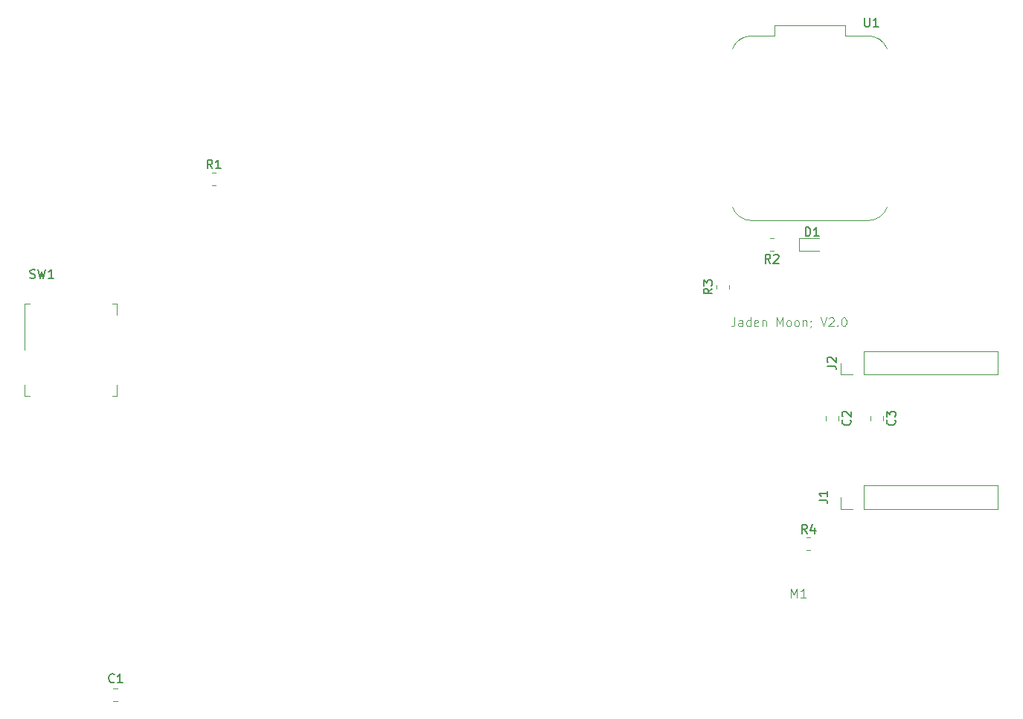
<source format=gbr>
%TF.GenerationSoftware,KiCad,Pcbnew,8.0.8*%
%TF.CreationDate,2025-02-26T13:49:19-08:00*%
%TF.ProjectId,pLUFsPCB,704c5546-7350-4434-922e-6b696361645f,1*%
%TF.SameCoordinates,Original*%
%TF.FileFunction,Legend,Top*%
%TF.FilePolarity,Positive*%
%FSLAX46Y46*%
G04 Gerber Fmt 4.6, Leading zero omitted, Abs format (unit mm)*
G04 Created by KiCad (PCBNEW 8.0.8) date 2025-02-26 13:49:19*
%MOMM*%
%LPD*%
G01*
G04 APERTURE LIST*
%ADD10C,0.100000*%
%ADD11C,0.150000*%
%ADD12C,0.120000*%
G04 APERTURE END LIST*
D10*
X103967598Y-79644419D02*
X103967598Y-80358704D01*
X103967598Y-80358704D02*
X103919979Y-80501561D01*
X103919979Y-80501561D02*
X103824741Y-80596800D01*
X103824741Y-80596800D02*
X103681884Y-80644419D01*
X103681884Y-80644419D02*
X103586646Y-80644419D01*
X104872360Y-80644419D02*
X104872360Y-80120609D01*
X104872360Y-80120609D02*
X104824741Y-80025371D01*
X104824741Y-80025371D02*
X104729503Y-79977752D01*
X104729503Y-79977752D02*
X104539027Y-79977752D01*
X104539027Y-79977752D02*
X104443789Y-80025371D01*
X104872360Y-80596800D02*
X104777122Y-80644419D01*
X104777122Y-80644419D02*
X104539027Y-80644419D01*
X104539027Y-80644419D02*
X104443789Y-80596800D01*
X104443789Y-80596800D02*
X104396170Y-80501561D01*
X104396170Y-80501561D02*
X104396170Y-80406323D01*
X104396170Y-80406323D02*
X104443789Y-80311085D01*
X104443789Y-80311085D02*
X104539027Y-80263466D01*
X104539027Y-80263466D02*
X104777122Y-80263466D01*
X104777122Y-80263466D02*
X104872360Y-80215847D01*
X105777122Y-80644419D02*
X105777122Y-79644419D01*
X105777122Y-80596800D02*
X105681884Y-80644419D01*
X105681884Y-80644419D02*
X105491408Y-80644419D01*
X105491408Y-80644419D02*
X105396170Y-80596800D01*
X105396170Y-80596800D02*
X105348551Y-80549180D01*
X105348551Y-80549180D02*
X105300932Y-80453942D01*
X105300932Y-80453942D02*
X105300932Y-80168228D01*
X105300932Y-80168228D02*
X105348551Y-80072990D01*
X105348551Y-80072990D02*
X105396170Y-80025371D01*
X105396170Y-80025371D02*
X105491408Y-79977752D01*
X105491408Y-79977752D02*
X105681884Y-79977752D01*
X105681884Y-79977752D02*
X105777122Y-80025371D01*
X106634265Y-80596800D02*
X106539027Y-80644419D01*
X106539027Y-80644419D02*
X106348551Y-80644419D01*
X106348551Y-80644419D02*
X106253313Y-80596800D01*
X106253313Y-80596800D02*
X106205694Y-80501561D01*
X106205694Y-80501561D02*
X106205694Y-80120609D01*
X106205694Y-80120609D02*
X106253313Y-80025371D01*
X106253313Y-80025371D02*
X106348551Y-79977752D01*
X106348551Y-79977752D02*
X106539027Y-79977752D01*
X106539027Y-79977752D02*
X106634265Y-80025371D01*
X106634265Y-80025371D02*
X106681884Y-80120609D01*
X106681884Y-80120609D02*
X106681884Y-80215847D01*
X106681884Y-80215847D02*
X106205694Y-80311085D01*
X107110456Y-79977752D02*
X107110456Y-80644419D01*
X107110456Y-80072990D02*
X107158075Y-80025371D01*
X107158075Y-80025371D02*
X107253313Y-79977752D01*
X107253313Y-79977752D02*
X107396170Y-79977752D01*
X107396170Y-79977752D02*
X107491408Y-80025371D01*
X107491408Y-80025371D02*
X107539027Y-80120609D01*
X107539027Y-80120609D02*
X107539027Y-80644419D01*
X108777123Y-80644419D02*
X108777123Y-79644419D01*
X108777123Y-79644419D02*
X109110456Y-80358704D01*
X109110456Y-80358704D02*
X109443789Y-79644419D01*
X109443789Y-79644419D02*
X109443789Y-80644419D01*
X110062837Y-80644419D02*
X109967599Y-80596800D01*
X109967599Y-80596800D02*
X109919980Y-80549180D01*
X109919980Y-80549180D02*
X109872361Y-80453942D01*
X109872361Y-80453942D02*
X109872361Y-80168228D01*
X109872361Y-80168228D02*
X109919980Y-80072990D01*
X109919980Y-80072990D02*
X109967599Y-80025371D01*
X109967599Y-80025371D02*
X110062837Y-79977752D01*
X110062837Y-79977752D02*
X110205694Y-79977752D01*
X110205694Y-79977752D02*
X110300932Y-80025371D01*
X110300932Y-80025371D02*
X110348551Y-80072990D01*
X110348551Y-80072990D02*
X110396170Y-80168228D01*
X110396170Y-80168228D02*
X110396170Y-80453942D01*
X110396170Y-80453942D02*
X110348551Y-80549180D01*
X110348551Y-80549180D02*
X110300932Y-80596800D01*
X110300932Y-80596800D02*
X110205694Y-80644419D01*
X110205694Y-80644419D02*
X110062837Y-80644419D01*
X110967599Y-80644419D02*
X110872361Y-80596800D01*
X110872361Y-80596800D02*
X110824742Y-80549180D01*
X110824742Y-80549180D02*
X110777123Y-80453942D01*
X110777123Y-80453942D02*
X110777123Y-80168228D01*
X110777123Y-80168228D02*
X110824742Y-80072990D01*
X110824742Y-80072990D02*
X110872361Y-80025371D01*
X110872361Y-80025371D02*
X110967599Y-79977752D01*
X110967599Y-79977752D02*
X111110456Y-79977752D01*
X111110456Y-79977752D02*
X111205694Y-80025371D01*
X111205694Y-80025371D02*
X111253313Y-80072990D01*
X111253313Y-80072990D02*
X111300932Y-80168228D01*
X111300932Y-80168228D02*
X111300932Y-80453942D01*
X111300932Y-80453942D02*
X111253313Y-80549180D01*
X111253313Y-80549180D02*
X111205694Y-80596800D01*
X111205694Y-80596800D02*
X111110456Y-80644419D01*
X111110456Y-80644419D02*
X110967599Y-80644419D01*
X111729504Y-79977752D02*
X111729504Y-80644419D01*
X111729504Y-80072990D02*
X111777123Y-80025371D01*
X111777123Y-80025371D02*
X111872361Y-79977752D01*
X111872361Y-79977752D02*
X112015218Y-79977752D01*
X112015218Y-79977752D02*
X112110456Y-80025371D01*
X112110456Y-80025371D02*
X112158075Y-80120609D01*
X112158075Y-80120609D02*
X112158075Y-80644419D01*
X112681885Y-80596800D02*
X112681885Y-80644419D01*
X112681885Y-80644419D02*
X112634266Y-80739657D01*
X112634266Y-80739657D02*
X112586647Y-80787276D01*
X112634266Y-80025371D02*
X112681885Y-80072990D01*
X112681885Y-80072990D02*
X112634266Y-80120609D01*
X112634266Y-80120609D02*
X112586647Y-80072990D01*
X112586647Y-80072990D02*
X112634266Y-80025371D01*
X112634266Y-80025371D02*
X112634266Y-80120609D01*
X113729504Y-79644419D02*
X114062837Y-80644419D01*
X114062837Y-80644419D02*
X114396170Y-79644419D01*
X114681885Y-79739657D02*
X114729504Y-79692038D01*
X114729504Y-79692038D02*
X114824742Y-79644419D01*
X114824742Y-79644419D02*
X115062837Y-79644419D01*
X115062837Y-79644419D02*
X115158075Y-79692038D01*
X115158075Y-79692038D02*
X115205694Y-79739657D01*
X115205694Y-79739657D02*
X115253313Y-79834895D01*
X115253313Y-79834895D02*
X115253313Y-79930133D01*
X115253313Y-79930133D02*
X115205694Y-80072990D01*
X115205694Y-80072990D02*
X114634266Y-80644419D01*
X114634266Y-80644419D02*
X115253313Y-80644419D01*
X115681885Y-80549180D02*
X115729504Y-80596800D01*
X115729504Y-80596800D02*
X115681885Y-80644419D01*
X115681885Y-80644419D02*
X115634266Y-80596800D01*
X115634266Y-80596800D02*
X115681885Y-80549180D01*
X115681885Y-80549180D02*
X115681885Y-80644419D01*
X116348551Y-79644419D02*
X116443789Y-79644419D01*
X116443789Y-79644419D02*
X116539027Y-79692038D01*
X116539027Y-79692038D02*
X116586646Y-79739657D01*
X116586646Y-79739657D02*
X116634265Y-79834895D01*
X116634265Y-79834895D02*
X116681884Y-80025371D01*
X116681884Y-80025371D02*
X116681884Y-80263466D01*
X116681884Y-80263466D02*
X116634265Y-80453942D01*
X116634265Y-80453942D02*
X116586646Y-80549180D01*
X116586646Y-80549180D02*
X116539027Y-80596800D01*
X116539027Y-80596800D02*
X116443789Y-80644419D01*
X116443789Y-80644419D02*
X116348551Y-80644419D01*
X116348551Y-80644419D02*
X116253313Y-80596800D01*
X116253313Y-80596800D02*
X116205694Y-80549180D01*
X116205694Y-80549180D02*
X116158075Y-80453942D01*
X116158075Y-80453942D02*
X116110456Y-80263466D01*
X116110456Y-80263466D02*
X116110456Y-80025371D01*
X116110456Y-80025371D02*
X116158075Y-79834895D01*
X116158075Y-79834895D02*
X116205694Y-79739657D01*
X116205694Y-79739657D02*
X116253313Y-79692038D01*
X116253313Y-79692038D02*
X116348551Y-79644419D01*
D11*
X101420819Y-76366666D02*
X100944628Y-76699999D01*
X101420819Y-76938094D02*
X100420819Y-76938094D01*
X100420819Y-76938094D02*
X100420819Y-76557142D01*
X100420819Y-76557142D02*
X100468438Y-76461904D01*
X100468438Y-76461904D02*
X100516057Y-76414285D01*
X100516057Y-76414285D02*
X100611295Y-76366666D01*
X100611295Y-76366666D02*
X100754152Y-76366666D01*
X100754152Y-76366666D02*
X100849390Y-76414285D01*
X100849390Y-76414285D02*
X100897009Y-76461904D01*
X100897009Y-76461904D02*
X100944628Y-76557142D01*
X100944628Y-76557142D02*
X100944628Y-76938094D01*
X100420819Y-76033332D02*
X100420819Y-75414285D01*
X100420819Y-75414285D02*
X100801771Y-75747618D01*
X100801771Y-75747618D02*
X100801771Y-75604761D01*
X100801771Y-75604761D02*
X100849390Y-75509523D01*
X100849390Y-75509523D02*
X100897009Y-75461904D01*
X100897009Y-75461904D02*
X100992247Y-75414285D01*
X100992247Y-75414285D02*
X101230342Y-75414285D01*
X101230342Y-75414285D02*
X101325580Y-75461904D01*
X101325580Y-75461904D02*
X101373200Y-75509523D01*
X101373200Y-75509523D02*
X101420819Y-75604761D01*
X101420819Y-75604761D02*
X101420819Y-75890475D01*
X101420819Y-75890475D02*
X101373200Y-75985713D01*
X101373200Y-75985713D02*
X101325580Y-76033332D01*
X23789667Y-75144200D02*
X23932524Y-75191819D01*
X23932524Y-75191819D02*
X24170619Y-75191819D01*
X24170619Y-75191819D02*
X24265857Y-75144200D01*
X24265857Y-75144200D02*
X24313476Y-75096580D01*
X24313476Y-75096580D02*
X24361095Y-75001342D01*
X24361095Y-75001342D02*
X24361095Y-74906104D01*
X24361095Y-74906104D02*
X24313476Y-74810866D01*
X24313476Y-74810866D02*
X24265857Y-74763247D01*
X24265857Y-74763247D02*
X24170619Y-74715628D01*
X24170619Y-74715628D02*
X23980143Y-74668009D01*
X23980143Y-74668009D02*
X23884905Y-74620390D01*
X23884905Y-74620390D02*
X23837286Y-74572771D01*
X23837286Y-74572771D02*
X23789667Y-74477533D01*
X23789667Y-74477533D02*
X23789667Y-74382295D01*
X23789667Y-74382295D02*
X23837286Y-74287057D01*
X23837286Y-74287057D02*
X23884905Y-74239438D01*
X23884905Y-74239438D02*
X23980143Y-74191819D01*
X23980143Y-74191819D02*
X24218238Y-74191819D01*
X24218238Y-74191819D02*
X24361095Y-74239438D01*
X24694429Y-74191819D02*
X24932524Y-75191819D01*
X24932524Y-75191819D02*
X25123000Y-74477533D01*
X25123000Y-74477533D02*
X25313476Y-75191819D01*
X25313476Y-75191819D02*
X25551572Y-74191819D01*
X26456333Y-75191819D02*
X25884905Y-75191819D01*
X26170619Y-75191819D02*
X26170619Y-74191819D01*
X26170619Y-74191819D02*
X26075381Y-74334676D01*
X26075381Y-74334676D02*
X25980143Y-74429914D01*
X25980143Y-74429914D02*
X25884905Y-74477533D01*
X117101580Y-91286666D02*
X117149200Y-91334285D01*
X117149200Y-91334285D02*
X117196819Y-91477142D01*
X117196819Y-91477142D02*
X117196819Y-91572380D01*
X117196819Y-91572380D02*
X117149200Y-91715237D01*
X117149200Y-91715237D02*
X117053961Y-91810475D01*
X117053961Y-91810475D02*
X116958723Y-91858094D01*
X116958723Y-91858094D02*
X116768247Y-91905713D01*
X116768247Y-91905713D02*
X116625390Y-91905713D01*
X116625390Y-91905713D02*
X116434914Y-91858094D01*
X116434914Y-91858094D02*
X116339676Y-91810475D01*
X116339676Y-91810475D02*
X116244438Y-91715237D01*
X116244438Y-91715237D02*
X116196819Y-91572380D01*
X116196819Y-91572380D02*
X116196819Y-91477142D01*
X116196819Y-91477142D02*
X116244438Y-91334285D01*
X116244438Y-91334285D02*
X116292057Y-91286666D01*
X116292057Y-90905713D02*
X116244438Y-90858094D01*
X116244438Y-90858094D02*
X116196819Y-90762856D01*
X116196819Y-90762856D02*
X116196819Y-90524761D01*
X116196819Y-90524761D02*
X116244438Y-90429523D01*
X116244438Y-90429523D02*
X116292057Y-90381904D01*
X116292057Y-90381904D02*
X116387295Y-90334285D01*
X116387295Y-90334285D02*
X116482533Y-90334285D01*
X116482533Y-90334285D02*
X116625390Y-90381904D01*
X116625390Y-90381904D02*
X117196819Y-90953332D01*
X117196819Y-90953332D02*
X117196819Y-90334285D01*
X112204833Y-104214819D02*
X111871500Y-103738628D01*
X111633405Y-104214819D02*
X111633405Y-103214819D01*
X111633405Y-103214819D02*
X112014357Y-103214819D01*
X112014357Y-103214819D02*
X112109595Y-103262438D01*
X112109595Y-103262438D02*
X112157214Y-103310057D01*
X112157214Y-103310057D02*
X112204833Y-103405295D01*
X112204833Y-103405295D02*
X112204833Y-103548152D01*
X112204833Y-103548152D02*
X112157214Y-103643390D01*
X112157214Y-103643390D02*
X112109595Y-103691009D01*
X112109595Y-103691009D02*
X112014357Y-103738628D01*
X112014357Y-103738628D02*
X111633405Y-103738628D01*
X113061976Y-103548152D02*
X113061976Y-104214819D01*
X112823881Y-103167200D02*
X112585786Y-103881485D01*
X112585786Y-103881485D02*
X113204833Y-103881485D01*
D10*
X110395476Y-111507419D02*
X110395476Y-110507419D01*
X110395476Y-110507419D02*
X110728809Y-111221704D01*
X110728809Y-111221704D02*
X111062142Y-110507419D01*
X111062142Y-110507419D02*
X111062142Y-111507419D01*
X112062142Y-111507419D02*
X111490714Y-111507419D01*
X111776428Y-111507419D02*
X111776428Y-110507419D01*
X111776428Y-110507419D02*
X111681190Y-110650276D01*
X111681190Y-110650276D02*
X111585952Y-110745514D01*
X111585952Y-110745514D02*
X111490714Y-110793133D01*
D11*
X112037905Y-70398819D02*
X112037905Y-69398819D01*
X112037905Y-69398819D02*
X112276000Y-69398819D01*
X112276000Y-69398819D02*
X112418857Y-69446438D01*
X112418857Y-69446438D02*
X112514095Y-69541676D01*
X112514095Y-69541676D02*
X112561714Y-69636914D01*
X112561714Y-69636914D02*
X112609333Y-69827390D01*
X112609333Y-69827390D02*
X112609333Y-69970247D01*
X112609333Y-69970247D02*
X112561714Y-70160723D01*
X112561714Y-70160723D02*
X112514095Y-70255961D01*
X112514095Y-70255961D02*
X112418857Y-70351200D01*
X112418857Y-70351200D02*
X112276000Y-70398819D01*
X112276000Y-70398819D02*
X112037905Y-70398819D01*
X113561714Y-70398819D02*
X112990286Y-70398819D01*
X113276000Y-70398819D02*
X113276000Y-69398819D01*
X113276000Y-69398819D02*
X113180762Y-69541676D01*
X113180762Y-69541676D02*
X113085524Y-69636914D01*
X113085524Y-69636914D02*
X112990286Y-69684533D01*
X122181580Y-91286666D02*
X122229200Y-91334285D01*
X122229200Y-91334285D02*
X122276819Y-91477142D01*
X122276819Y-91477142D02*
X122276819Y-91572380D01*
X122276819Y-91572380D02*
X122229200Y-91715237D01*
X122229200Y-91715237D02*
X122133961Y-91810475D01*
X122133961Y-91810475D02*
X122038723Y-91858094D01*
X122038723Y-91858094D02*
X121848247Y-91905713D01*
X121848247Y-91905713D02*
X121705390Y-91905713D01*
X121705390Y-91905713D02*
X121514914Y-91858094D01*
X121514914Y-91858094D02*
X121419676Y-91810475D01*
X121419676Y-91810475D02*
X121324438Y-91715237D01*
X121324438Y-91715237D02*
X121276819Y-91572380D01*
X121276819Y-91572380D02*
X121276819Y-91477142D01*
X121276819Y-91477142D02*
X121324438Y-91334285D01*
X121324438Y-91334285D02*
X121372057Y-91286666D01*
X121276819Y-90953332D02*
X121276819Y-90334285D01*
X121276819Y-90334285D02*
X121657771Y-90667618D01*
X121657771Y-90667618D02*
X121657771Y-90524761D01*
X121657771Y-90524761D02*
X121705390Y-90429523D01*
X121705390Y-90429523D02*
X121753009Y-90381904D01*
X121753009Y-90381904D02*
X121848247Y-90334285D01*
X121848247Y-90334285D02*
X122086342Y-90334285D01*
X122086342Y-90334285D02*
X122181580Y-90381904D01*
X122181580Y-90381904D02*
X122229200Y-90429523D01*
X122229200Y-90429523D02*
X122276819Y-90524761D01*
X122276819Y-90524761D02*
X122276819Y-90810475D01*
X122276819Y-90810475D02*
X122229200Y-90905713D01*
X122229200Y-90905713D02*
X122181580Y-90953332D01*
X44537333Y-62712819D02*
X44204000Y-62236628D01*
X43965905Y-62712819D02*
X43965905Y-61712819D01*
X43965905Y-61712819D02*
X44346857Y-61712819D01*
X44346857Y-61712819D02*
X44442095Y-61760438D01*
X44442095Y-61760438D02*
X44489714Y-61808057D01*
X44489714Y-61808057D02*
X44537333Y-61903295D01*
X44537333Y-61903295D02*
X44537333Y-62046152D01*
X44537333Y-62046152D02*
X44489714Y-62141390D01*
X44489714Y-62141390D02*
X44442095Y-62189009D01*
X44442095Y-62189009D02*
X44346857Y-62236628D01*
X44346857Y-62236628D02*
X43965905Y-62236628D01*
X45489714Y-62712819D02*
X44918286Y-62712819D01*
X45204000Y-62712819D02*
X45204000Y-61712819D01*
X45204000Y-61712819D02*
X45108762Y-61855676D01*
X45108762Y-61855676D02*
X45013524Y-61950914D01*
X45013524Y-61950914D02*
X44918286Y-61998533D01*
X118763095Y-45579819D02*
X118763095Y-46389342D01*
X118763095Y-46389342D02*
X118810714Y-46484580D01*
X118810714Y-46484580D02*
X118858333Y-46532200D01*
X118858333Y-46532200D02*
X118953571Y-46579819D01*
X118953571Y-46579819D02*
X119144047Y-46579819D01*
X119144047Y-46579819D02*
X119239285Y-46532200D01*
X119239285Y-46532200D02*
X119286904Y-46484580D01*
X119286904Y-46484580D02*
X119334523Y-46389342D01*
X119334523Y-46389342D02*
X119334523Y-45579819D01*
X120334523Y-46579819D02*
X119763095Y-46579819D01*
X120048809Y-46579819D02*
X120048809Y-45579819D01*
X120048809Y-45579819D02*
X119953571Y-45722676D01*
X119953571Y-45722676D02*
X119858333Y-45817914D01*
X119858333Y-45817914D02*
X119763095Y-45865533D01*
X33369333Y-121088580D02*
X33321714Y-121136200D01*
X33321714Y-121136200D02*
X33178857Y-121183819D01*
X33178857Y-121183819D02*
X33083619Y-121183819D01*
X33083619Y-121183819D02*
X32940762Y-121136200D01*
X32940762Y-121136200D02*
X32845524Y-121040961D01*
X32845524Y-121040961D02*
X32797905Y-120945723D01*
X32797905Y-120945723D02*
X32750286Y-120755247D01*
X32750286Y-120755247D02*
X32750286Y-120612390D01*
X32750286Y-120612390D02*
X32797905Y-120421914D01*
X32797905Y-120421914D02*
X32845524Y-120326676D01*
X32845524Y-120326676D02*
X32940762Y-120231438D01*
X32940762Y-120231438D02*
X33083619Y-120183819D01*
X33083619Y-120183819D02*
X33178857Y-120183819D01*
X33178857Y-120183819D02*
X33321714Y-120231438D01*
X33321714Y-120231438D02*
X33369333Y-120279057D01*
X34321714Y-121183819D02*
X33750286Y-121183819D01*
X34036000Y-121183819D02*
X34036000Y-120183819D01*
X34036000Y-120183819D02*
X33940762Y-120326676D01*
X33940762Y-120326676D02*
X33845524Y-120421914D01*
X33845524Y-120421914D02*
X33750286Y-120469533D01*
X108037333Y-73478819D02*
X107704000Y-73002628D01*
X107465905Y-73478819D02*
X107465905Y-72478819D01*
X107465905Y-72478819D02*
X107846857Y-72478819D01*
X107846857Y-72478819D02*
X107942095Y-72526438D01*
X107942095Y-72526438D02*
X107989714Y-72574057D01*
X107989714Y-72574057D02*
X108037333Y-72669295D01*
X108037333Y-72669295D02*
X108037333Y-72812152D01*
X108037333Y-72812152D02*
X107989714Y-72907390D01*
X107989714Y-72907390D02*
X107942095Y-72955009D01*
X107942095Y-72955009D02*
X107846857Y-73002628D01*
X107846857Y-73002628D02*
X107465905Y-73002628D01*
X108418286Y-72574057D02*
X108465905Y-72526438D01*
X108465905Y-72526438D02*
X108561143Y-72478819D01*
X108561143Y-72478819D02*
X108799238Y-72478819D01*
X108799238Y-72478819D02*
X108894476Y-72526438D01*
X108894476Y-72526438D02*
X108942095Y-72574057D01*
X108942095Y-72574057D02*
X108989714Y-72669295D01*
X108989714Y-72669295D02*
X108989714Y-72764533D01*
X108989714Y-72764533D02*
X108942095Y-72907390D01*
X108942095Y-72907390D02*
X108370667Y-73478819D01*
X108370667Y-73478819D02*
X108989714Y-73478819D01*
X113549819Y-100419333D02*
X114264104Y-100419333D01*
X114264104Y-100419333D02*
X114406961Y-100466952D01*
X114406961Y-100466952D02*
X114502200Y-100562190D01*
X114502200Y-100562190D02*
X114549819Y-100705047D01*
X114549819Y-100705047D02*
X114549819Y-100800285D01*
X114549819Y-99419333D02*
X114549819Y-99990761D01*
X114549819Y-99705047D02*
X113549819Y-99705047D01*
X113549819Y-99705047D02*
X113692676Y-99800285D01*
X113692676Y-99800285D02*
X113787914Y-99895523D01*
X113787914Y-99895523D02*
X113835533Y-99990761D01*
X114494819Y-85169333D02*
X115209104Y-85169333D01*
X115209104Y-85169333D02*
X115351961Y-85216952D01*
X115351961Y-85216952D02*
X115447200Y-85312190D01*
X115447200Y-85312190D02*
X115494819Y-85455047D01*
X115494819Y-85455047D02*
X115494819Y-85550285D01*
X114590057Y-84740761D02*
X114542438Y-84693142D01*
X114542438Y-84693142D02*
X114494819Y-84597904D01*
X114494819Y-84597904D02*
X114494819Y-84359809D01*
X114494819Y-84359809D02*
X114542438Y-84264571D01*
X114542438Y-84264571D02*
X114590057Y-84216952D01*
X114590057Y-84216952D02*
X114685295Y-84169333D01*
X114685295Y-84169333D02*
X114780533Y-84169333D01*
X114780533Y-84169333D02*
X114923390Y-84216952D01*
X114923390Y-84216952D02*
X115494819Y-84788380D01*
X115494819Y-84788380D02*
X115494819Y-84169333D01*
D12*
%TO.C,R3*%
X103351000Y-76427064D02*
X103351000Y-75972936D01*
X101881000Y-76427064D02*
X101881000Y-75972936D01*
%TO.C,SW1*%
X23198000Y-78062000D02*
X23198000Y-83312000D01*
X23198000Y-88562000D02*
X23198000Y-87312000D01*
X23748000Y-78062000D02*
X23198000Y-78062000D01*
X23748000Y-88562000D02*
X23198000Y-88562000D01*
X33148000Y-78062000D02*
X33698000Y-78062000D01*
X33148000Y-88562000D02*
X33698000Y-88562000D01*
X33698000Y-78062000D02*
X33698000Y-79312000D01*
X33698000Y-88562000D02*
X33698000Y-87312000D01*
%TO.C,C2*%
X115797000Y-90858748D02*
X115797000Y-91381252D01*
X114327000Y-90858748D02*
X114327000Y-91381252D01*
%TO.C,R4*%
X112144436Y-104675000D02*
X112598564Y-104675000D01*
X112144436Y-106145000D02*
X112598564Y-106145000D01*
%TO.C,D1*%
X111291000Y-72109000D02*
X113576000Y-72109000D01*
X111291000Y-70639000D02*
X111291000Y-72109000D01*
X113576000Y-70639000D02*
X111291000Y-70639000D01*
%TO.C,C3*%
X120877000Y-90858748D02*
X120877000Y-91381252D01*
X119407000Y-90858748D02*
X119407000Y-91381252D01*
%TO.C,R1*%
X44476936Y-63173000D02*
X44931064Y-63173000D01*
X44476936Y-64643000D02*
X44931064Y-64643000D01*
%TO.C,U1*%
X116525000Y-46425000D02*
X116525000Y-47625000D01*
X108525000Y-46425000D02*
X116525000Y-46425000D01*
X119125000Y-47625000D02*
X116525000Y-47625000D01*
X108525000Y-47625000D02*
X108525000Y-46425000D01*
X108525000Y-47625000D02*
X105925000Y-47625000D01*
X105825000Y-68625000D02*
X119225000Y-68625000D01*
X119125000Y-47625001D02*
G75*
G02*
X121329036Y-49123535I64720J-2274919D01*
G01*
X103712108Y-49120320D02*
G75*
G02*
X105924532Y-47625001I2135279J-774913D01*
G01*
X121325000Y-67125000D02*
G75*
G02*
X119225000Y-68625000I-2174100J823740D01*
G01*
X105825000Y-68625000D02*
G75*
G02*
X103725000Y-67125000I74105J2323747D01*
G01*
%TO.C,C1*%
X33214748Y-121849000D02*
X33737252Y-121849000D01*
X33214748Y-123319000D02*
X33737252Y-123319000D01*
%TO.C,R2*%
X108431064Y-70639000D02*
X107976936Y-70639000D01*
X108431064Y-72109000D02*
X107976936Y-72109000D01*
%TO.C,J1*%
X133940000Y-101416000D02*
X133940000Y-98756000D01*
X118640000Y-101416000D02*
X133940000Y-101416000D01*
X118640000Y-101416000D02*
X118640000Y-98756000D01*
X118640000Y-98756000D02*
X133940000Y-98756000D01*
X117370000Y-101416000D02*
X116040000Y-101416000D01*
X116040000Y-101416000D02*
X116040000Y-100086000D01*
%TO.C,J2*%
X133940000Y-86166000D02*
X133940000Y-83506000D01*
X118640000Y-86166000D02*
X133940000Y-86166000D01*
X118640000Y-86166000D02*
X118640000Y-83506000D01*
X118640000Y-83506000D02*
X133940000Y-83506000D01*
X117370000Y-86166000D02*
X116040000Y-86166000D01*
X116040000Y-86166000D02*
X116040000Y-84836000D01*
%TD*%
M02*

</source>
